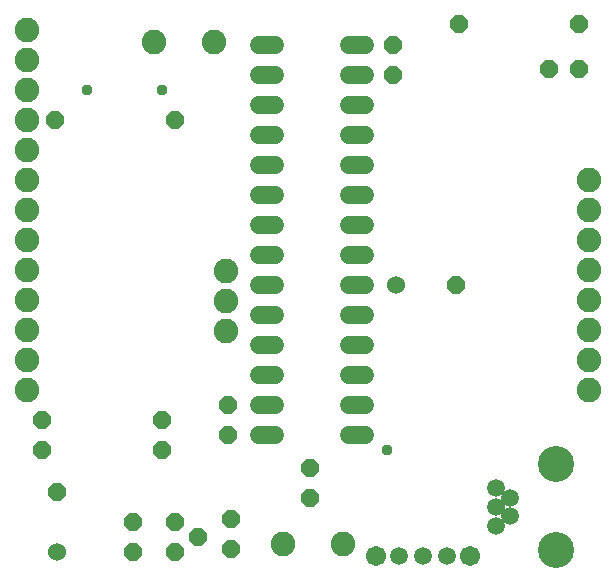
<source format=gbr>
G04 EAGLE Gerber X2 export*
%TF.Part,Single*%
%TF.FileFunction,Soldermask,Bot,1*%
%TF.FilePolarity,Negative*%
%TF.GenerationSoftware,Autodesk,EAGLE,8.7.1*%
%TF.CreationDate,2018-04-16T05:42:20Z*%
G75*
%MOMM*%
%FSLAX34Y34*%
%LPD*%
%AMOC8*
5,1,8,0,0,1.08239X$1,22.5*%
G01*
%ADD10P,1.649562X8X292.500000*%
%ADD11P,1.649562X8X112.500000*%
%ADD12C,1.524000*%
%ADD13P,1.649562X8X22.500000*%
%ADD14C,1.511200*%
%ADD15C,3.053200*%
%ADD16C,2.082800*%
%ADD17P,1.649562X8X202.500000*%
%ADD18C,1.524000*%
%ADD19C,1.711200*%
%ADD20C,0.959600*%


D10*
X322580Y457200D03*
X322580Y431800D03*
X182880Y152400D03*
X182880Y127000D03*
D11*
X185420Y30480D03*
X185420Y55880D03*
X102870Y27940D03*
X102870Y53340D03*
D12*
X325120Y254000D03*
D13*
X375920Y254000D03*
D12*
X38100Y27940D03*
D11*
X38100Y78740D03*
D14*
X410010Y50040D03*
X410010Y66040D03*
X410010Y82040D03*
X422010Y58040D03*
X422010Y74040D03*
D15*
X461010Y102540D03*
X461010Y29540D03*
D16*
X488950Y165100D03*
X488950Y190500D03*
X488950Y215900D03*
X488950Y241300D03*
X488950Y266700D03*
X488950Y292100D03*
X488950Y317500D03*
X488950Y342900D03*
X12700Y165100D03*
X12700Y190500D03*
X12700Y215900D03*
X12700Y241300D03*
X12700Y266700D03*
X12700Y292100D03*
X12700Y317500D03*
X12700Y342900D03*
D13*
X454406Y436880D03*
X479806Y436880D03*
D10*
X252730Y99060D03*
X252730Y73660D03*
D13*
X378714Y475234D03*
X480314Y475234D03*
X25400Y114300D03*
X127000Y114300D03*
D17*
X138430Y393700D03*
X36830Y393700D03*
D13*
X25400Y139700D03*
X127000Y139700D03*
D18*
X209296Y457200D02*
X222504Y457200D01*
X222504Y431800D02*
X209296Y431800D01*
X209296Y304800D02*
X222504Y304800D01*
X222504Y279400D02*
X209296Y279400D01*
X209296Y406400D02*
X222504Y406400D01*
X222504Y381000D02*
X209296Y381000D01*
X209296Y330200D02*
X222504Y330200D01*
X222504Y355600D02*
X209296Y355600D01*
X209296Y254000D02*
X222504Y254000D01*
X222504Y228600D02*
X209296Y228600D01*
X209296Y203200D02*
X222504Y203200D01*
X222504Y177800D02*
X209296Y177800D01*
X209296Y152400D02*
X222504Y152400D01*
X222504Y127000D02*
X209296Y127000D01*
X285496Y127000D02*
X298704Y127000D01*
X298704Y152400D02*
X285496Y152400D01*
X285496Y177800D02*
X298704Y177800D01*
X298704Y203200D02*
X285496Y203200D01*
X285496Y228600D02*
X298704Y228600D01*
X298704Y254000D02*
X285496Y254000D01*
X285496Y279400D02*
X298704Y279400D01*
X298704Y304800D02*
X285496Y304800D01*
X285496Y330200D02*
X298704Y330200D01*
X298704Y355600D02*
X285496Y355600D01*
X285496Y381000D02*
X298704Y381000D01*
X298704Y406400D02*
X285496Y406400D01*
X285496Y431800D02*
X298704Y431800D01*
X298704Y457200D02*
X285496Y457200D01*
D19*
X387980Y24130D03*
X307980Y24130D03*
D14*
X367980Y24130D03*
X347980Y24130D03*
X327980Y24130D03*
D10*
X138430Y27940D03*
X157480Y40640D03*
X138430Y53340D03*
D16*
X171450Y459740D03*
X120650Y459740D03*
X229870Y34290D03*
X280670Y34290D03*
X12700Y368300D03*
X12700Y393700D03*
X12700Y419100D03*
X12700Y444500D03*
X12700Y469900D03*
X181610Y265430D03*
X181610Y240030D03*
X181610Y214630D03*
D20*
X63500Y419100D03*
X127000Y419100D03*
X317500Y114300D03*
M02*

</source>
